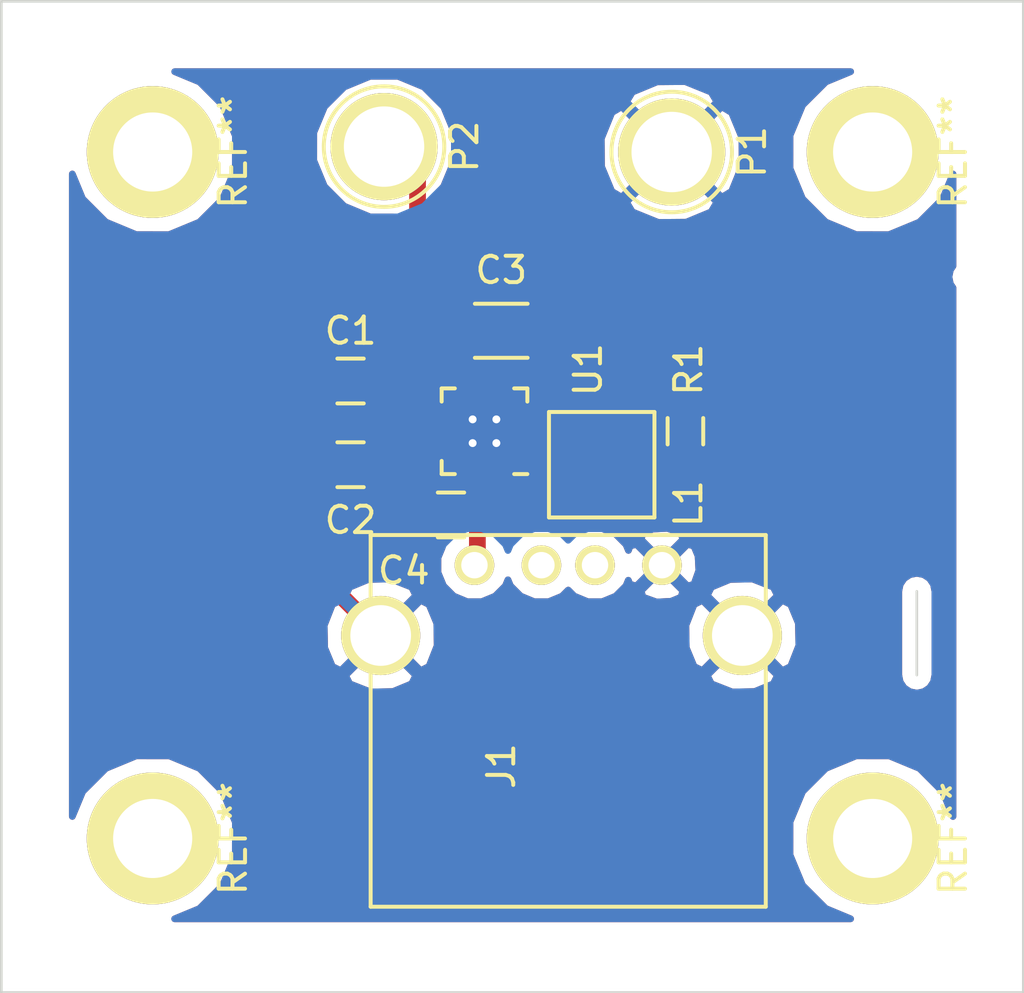
<source format=kicad_pcb>
(kicad_pcb (version 4) (host pcbnew "(2015-07-31 BZR 6030)-product")

  (general
    (links 31)
    (no_connects 0)
    (area 56.593799 37.909599 218.187001 128.179601)
    (thickness 1.6)
    (drawings 5)
    (tracks 70)
    (zones 0)
    (modules 14)
    (nets 9)
  )

  (page A4)
  (layers
    (0 F.Cu signal)
    (31 B.Cu signal)
    (32 B.Adhes user)
    (33 F.Adhes user)
    (34 B.Paste user)
    (35 F.Paste user)
    (36 B.SilkS user)
    (37 F.SilkS user)
    (38 B.Mask user)
    (39 F.Mask user)
    (40 Dwgs.User user)
    (41 Cmts.User user)
    (42 Eco1.User user)
    (43 Eco2.User user)
    (44 Edge.Cuts user)
    (45 Margin user)
    (46 B.CrtYd user)
    (47 F.CrtYd user)
    (48 B.Fab user)
    (49 F.Fab user)
  )

  (setup
    (last_trace_width 0.25)
    (user_trace_width 0.4)
    (user_trace_width 0.4)
    (user_trace_width 0.4)
    (user_trace_width 0.635)
    (user_trace_width 0.635)
    (user_trace_width 0.635)
    (user_trace_width 0.635)
    (user_trace_width 0.8)
    (trace_clearance 0.2)
    (zone_clearance 0.508)
    (zone_45_only no)
    (trace_min 0.2)
    (segment_width 0.2)
    (edge_width 0.1)
    (via_size 0.7)
    (via_drill 0.3)
    (via_min_size 0.4)
    (via_min_drill 0.3)
    (uvia_size 0.3)
    (uvia_drill 0.1)
    (uvias_allowed no)
    (uvia_min_size 0.2)
    (uvia_min_drill 0.1)
    (pcb_text_width 0.3)
    (pcb_text_size 1.5 1.5)
    (mod_edge_width 0.15)
    (mod_text_size 1 1)
    (mod_text_width 0.15)
    (pad_size 5 5)
    (pad_drill 3)
    (pad_to_mask_clearance 0)
    (aux_axis_origin 0 0)
    (grid_origin 198.5282 97.04)
    (visible_elements FFFFFF7F)
    (pcbplotparams
      (layerselection 0x010f0_80000001)
      (usegerberextensions false)
      (excludeedgelayer true)
      (linewidth 0.100000)
      (plotframeref false)
      (viasonmask false)
      (mode 1)
      (useauxorigin false)
      (hpglpennumber 1)
      (hpglpenspeed 20)
      (hpglpendiameter 15)
      (hpglpenoverlay 2)
      (psnegative false)
      (psa4output false)
      (plotreference true)
      (plotvalue true)
      (plotinvisibletext false)
      (padsonsilk false)
      (subtractmaskfromsilk false)
      (outputformat 1)
      (mirror false)
      (drillshape 0)
      (scaleselection 1)
      (outputdirectory ""))
  )

  (net 0 "")
  (net 1 GND)
  (net 2 "Net-(C1-Pad1)")
  (net 3 "Net-(C4-Pad1)")
  (net 4 "Net-(C3-Pad1)")
  (net 5 "Net-(J1-Pad3)")
  (net 6 "Net-(J1-Pad2)")
  (net 7 "Net-(L1-Pad1)")
  (net 8 "Net-(R1-Pad2)")

  (net_class Default "This is the default net class."
    (clearance 0.2)
    (trace_width 0.25)
    (via_dia 0.7)
    (via_drill 0.3)
    (uvia_dia 0.3)
    (uvia_drill 0.1)
    (add_net GND)
    (add_net "Net-(C1-Pad1)")
    (add_net "Net-(C3-Pad1)")
    (add_net "Net-(C4-Pad1)")
    (add_net "Net-(J1-Pad2)")
    (add_net "Net-(J1-Pad3)")
    (add_net "Net-(L1-Pad1)")
    (add_net "Net-(R1-Pad2)")
  )

  (net_class Power ""
    (clearance 0.3)
    (trace_width 0.635)
    (via_dia 0.7)
    (via_drill 0.3)
    (uvia_dia 0.3)
    (uvia_drill 0.1)
  )

  (module Connect:1pin (layer F.Cu) (tedit 55DC7842) (tstamp 55DCF425)
    (at 130.8118 46.2654 270)
    (descr "module 1 pin (ou trou mecanique de percage)")
    (tags DEV)
    (fp_text reference REF** (at 0 -3.048 270) (layer F.SilkS)
      (effects (font (size 1 1) (thickness 0.15)))
    )
    (fp_text value 1pin (at 0 2.794 270) (layer F.Fab)
      (effects (font (size 1 1) (thickness 0.15)))
    )
    (fp_circle (center 0 0) (end 0 -2.286) (layer F.SilkS) (width 0.15))
    (pad 1 thru_hole circle (at 0 0 270) (size 5 5) (drill 3) (layers *.Cu *.Mask F.SilkS))
  )

  (module Connect:1pin (layer F.Cu) (tedit 55DC7842) (tstamp 55DCF416)
    (at 130.8118 72.3004 270)
    (descr "module 1 pin (ou trou mecanique de percage)")
    (tags DEV)
    (fp_text reference REF** (at 0 -3.048 270) (layer F.SilkS)
      (effects (font (size 1 1) (thickness 0.15)))
    )
    (fp_text value 1pin (at 0 2.794 270) (layer F.Fab)
      (effects (font (size 1 1) (thickness 0.15)))
    )
    (fp_circle (center 0 0) (end 0 -2.286) (layer F.SilkS) (width 0.15))
    (pad 1 thru_hole circle (at 0 0 270) (size 5 5) (drill 3) (layers *.Cu *.Mask F.SilkS))
  )

  (module Connect:1pin (layer F.Cu) (tedit 55DC7842) (tstamp 55DCF410)
    (at 158.1168 72.3004 270)
    (descr "module 1 pin (ou trou mecanique de percage)")
    (tags DEV)
    (fp_text reference REF** (at 0 -3.048 270) (layer F.SilkS)
      (effects (font (size 1 1) (thickness 0.15)))
    )
    (fp_text value 1pin (at 0 2.794 270) (layer F.Fab)
      (effects (font (size 1 1) (thickness 0.15)))
    )
    (fp_circle (center 0 0) (end 0 -2.286) (layer F.SilkS) (width 0.15))
    (pad 1 thru_hole circle (at 0 0 270) (size 5 5) (drill 3) (layers *.Cu *.Mask F.SilkS))
  )

  (module Capacitors_SMD:C_0805 (layer F.Cu) (tedit 55DC7022) (tstamp 55DC6F9C)
    (at 138.3168 54.9504 180)
    (descr "Capacitor SMD 0805, reflow soldering, AVX (see smccp.pdf)")
    (tags "capacitor 0805")
    (path /55365720)
    (attr smd)
    (fp_text reference C1 (at 0 1.905 180) (layer F.SilkS)
      (effects (font (size 1 1) (thickness 0.15)))
    )
    (fp_text value 10u (at 0 2.1 180) (layer F.Fab)
      (effects (font (size 1 1) (thickness 0.15)))
    )
    (fp_line (start -1.8 -1) (end 1.8 -1) (layer F.CrtYd) (width 0.05))
    (fp_line (start -1.8 1) (end 1.8 1) (layer F.CrtYd) (width 0.05))
    (fp_line (start -1.8 -1) (end -1.8 1) (layer F.CrtYd) (width 0.05))
    (fp_line (start 1.8 -1) (end 1.8 1) (layer F.CrtYd) (width 0.05))
    (fp_line (start 0.5 -0.85) (end -0.5 -0.85) (layer F.SilkS) (width 0.15))
    (fp_line (start -0.5 0.85) (end 0.5 0.85) (layer F.SilkS) (width 0.15))
    (pad 1 smd rect (at -1 0 180) (size 1 1.25) (layers F.Cu F.Paste F.Mask)
      (net 2 "Net-(C1-Pad1)"))
    (pad 2 smd rect (at 1 0 180) (size 1 1.25) (layers F.Cu F.Paste F.Mask)
      (net 1 GND))
    (model Capacitors_SMD.3dshapes/C_0805.wrl
      (at (xyz 0 0 0))
      (scale (xyz 1 1 1))
      (rotate (xyz 0 0 0))
    )
  )

  (module Capacitors_SMD:C_0805 (layer F.Cu) (tedit 5415D6EA) (tstamp 55DC6FA8)
    (at 138.3168 58.1254 180)
    (descr "Capacitor SMD 0805, reflow soldering, AVX (see smccp.pdf)")
    (tags "capacitor 0805")
    (path /553652BE)
    (attr smd)
    (fp_text reference C2 (at 0 -2.1 180) (layer F.SilkS)
      (effects (font (size 1 1) (thickness 0.15)))
    )
    (fp_text value 0.1u (at 0 2.1 180) (layer F.Fab)
      (effects (font (size 1 1) (thickness 0.15)))
    )
    (fp_line (start -1.8 -1) (end 1.8 -1) (layer F.CrtYd) (width 0.05))
    (fp_line (start -1.8 1) (end 1.8 1) (layer F.CrtYd) (width 0.05))
    (fp_line (start -1.8 -1) (end -1.8 1) (layer F.CrtYd) (width 0.05))
    (fp_line (start 1.8 -1) (end 1.8 1) (layer F.CrtYd) (width 0.05))
    (fp_line (start 0.5 -0.85) (end -0.5 -0.85) (layer F.SilkS) (width 0.15))
    (fp_line (start -0.5 0.85) (end 0.5 0.85) (layer F.SilkS) (width 0.15))
    (pad 1 smd rect (at -1 0 180) (size 1 1.25) (layers F.Cu F.Paste F.Mask)
      (net 2 "Net-(C1-Pad1)"))
    (pad 2 smd rect (at 1 0 180) (size 1 1.25) (layers F.Cu F.Paste F.Mask)
      (net 1 GND))
    (model Capacitors_SMD.3dshapes/C_0805.wrl
      (at (xyz 0 0 0))
      (scale (xyz 1 1 1))
      (rotate (xyz 0 0 0))
    )
  )

  (module Capacitors_SMD:C_1206 (layer F.Cu) (tedit 5415D7BD) (tstamp 55DC6FB4)
    (at 144.0318 53.0454)
    (descr "Capacitor SMD 1206, reflow soldering, AVX (see smccp.pdf)")
    (tags "capacitor 1206")
    (path /55365359)
    (attr smd)
    (fp_text reference C3 (at 0 -2.3) (layer F.SilkS)
      (effects (font (size 1 1) (thickness 0.15)))
    )
    (fp_text value 3.3n (at 0 2.3) (layer F.Fab)
      (effects (font (size 1 1) (thickness 0.15)))
    )
    (fp_line (start -2.3 -1.15) (end 2.3 -1.15) (layer F.CrtYd) (width 0.05))
    (fp_line (start -2.3 1.15) (end 2.3 1.15) (layer F.CrtYd) (width 0.05))
    (fp_line (start -2.3 -1.15) (end -2.3 1.15) (layer F.CrtYd) (width 0.05))
    (fp_line (start 2.3 -1.15) (end 2.3 1.15) (layer F.CrtYd) (width 0.05))
    (fp_line (start 1 -1.025) (end -1 -1.025) (layer F.SilkS) (width 0.15))
    (fp_line (start -1 1.025) (end 1 1.025) (layer F.SilkS) (width 0.15))
    (pad 1 smd rect (at -1.5 0) (size 1 1.6) (layers F.Cu F.Paste F.Mask)
      (net 4 "Net-(C3-Pad1)"))
    (pad 2 smd rect (at 1.5 0) (size 1 1.6) (layers F.Cu F.Paste F.Mask)
      (net 1 GND))
    (model Capacitors_SMD.3dshapes/C_1206.wrl
      (at (xyz 0 0 0))
      (scale (xyz 1 1 1))
      (rotate (xyz 0 0 0))
    )
  )

  (module Capacitors_SMD:C_0805 (layer F.Cu) (tedit 55DC7719) (tstamp 55DC6FC0)
    (at 142.1268 60.0304 180)
    (descr "Capacitor SMD 0805, reflow soldering, AVX (see smccp.pdf)")
    (tags "capacitor 0805")
    (path /55365C06)
    (attr smd)
    (fp_text reference C4 (at 1.79 -2.11 180) (layer F.SilkS)
      (effects (font (size 1 1) (thickness 0.15)))
    )
    (fp_text value 22u (at 0 2.1 180) (layer F.Fab)
      (effects (font (size 1 1) (thickness 0.15)))
    )
    (fp_line (start -1.8 -1) (end 1.8 -1) (layer F.CrtYd) (width 0.05))
    (fp_line (start -1.8 1) (end 1.8 1) (layer F.CrtYd) (width 0.05))
    (fp_line (start -1.8 -1) (end -1.8 1) (layer F.CrtYd) (width 0.05))
    (fp_line (start 1.8 -1) (end 1.8 1) (layer F.CrtYd) (width 0.05))
    (fp_line (start 0.5 -0.85) (end -0.5 -0.85) (layer F.SilkS) (width 0.15))
    (fp_line (start -0.5 0.85) (end 0.5 0.85) (layer F.SilkS) (width 0.15))
    (pad 1 smd rect (at -1 0 180) (size 1 1.25) (layers F.Cu F.Paste F.Mask)
      (net 3 "Net-(C4-Pad1)"))
    (pad 2 smd rect (at 1 0 180) (size 1 1.25) (layers F.Cu F.Paste F.Mask)
      (net 1 GND))
    (model Capacitors_SMD.3dshapes/C_0805.wrl
      (at (xyz 0 0 0))
      (scale (xyz 1 1 1))
      (rotate (xyz 0 0 0))
    )
  )

  (module Connect:USB_A (layer F.Cu) (tedit 0) (tstamp 55DC6FCE)
    (at 146.5718 61.9354 270)
    (path /5536550B)
    (fp_text reference J1 (at 7.62 2.54 270) (layer F.SilkS)
      (effects (font (size 1 1) (thickness 0.15)))
    )
    (fp_text value USB (at 7.62 -2.54 270) (layer F.Fab)
      (effects (font (size 1 1) (thickness 0.15)))
    )
    (fp_line (start -1.143 -7.493) (end 12.954 -7.493) (layer F.SilkS) (width 0.15))
    (fp_line (start 12.954 7.493) (end -1.143 7.493) (layer F.SilkS) (width 0.15))
    (fp_line (start -1.143 -7.493) (end -1.143 7.493) (layer F.SilkS) (width 0.15))
    (fp_line (start 12.954 -7.493) (end 12.954 7.493) (layer F.SilkS) (width 0.15))
    (pad 4 thru_hole circle (at 0 -3.556 270) (size 1.50114 1.50114) (drill 1.00076) (layers *.Cu *.Mask F.SilkS)
      (net 1 GND))
    (pad 3 thru_hole circle (at 0 -1.016 270) (size 1.50114 1.50114) (drill 1.00076) (layers *.Cu *.Mask F.SilkS)
      (net 5 "Net-(J1-Pad3)"))
    (pad 2 thru_hole circle (at 0 1.016 270) (size 1.50114 1.50114) (drill 1.00076) (layers *.Cu *.Mask F.SilkS)
      (net 6 "Net-(J1-Pad2)"))
    (pad 1 thru_hole circle (at 0 3.556 270) (size 1.50114 1.50114) (drill 1.00076) (layers *.Cu *.Mask F.SilkS)
      (net 3 "Net-(C4-Pad1)"))
    (pad 5 thru_hole circle (at 2.667 -6.604 270) (size 2.99974 2.99974) (drill 2.30124) (layers *.Cu *.Mask F.SilkS)
      (net 1 GND))
    (pad 6 thru_hole circle (at 2.667 7.112 270) (size 2.99974 2.99974) (drill 2.30124) (layers *.Cu *.Mask F.SilkS)
      (net 1 GND))
    (model Connect.3dshapes/USB_A.wrl
      (at (xyz 0 0 0))
      (scale (xyz 1 1 1))
      (rotate (xyz 0 0 0))
    )
  )

  (module custom_footprints:Coilcraft_XFL4020 (layer F.Cu) (tedit 55DC76F9) (tstamp 55DC6FD8)
    (at 147.8418 58.1254 270)
    (path /55365415)
    (fp_text reference L1 (at 1.475 -3.29 270) (layer F.SilkS)
      (effects (font (size 1 1) (thickness 0.15)))
    )
    (fp_text value 22u (at 0 -3.08 270) (layer F.Fab)
      (effects (font (size 1 1) (thickness 0.15)))
    )
    (fp_line (start -2 2) (end -2 -2) (layer F.SilkS) (width 0.15))
    (fp_line (start -2 2) (end 2 2) (layer F.SilkS) (width 0.15))
    (fp_line (start 2 2) (end 2 -2) (layer F.SilkS) (width 0.15))
    (fp_line (start 2 -2) (end -2 -2) (layer F.SilkS) (width 0.15))
    (pad 1 smd rect (at -1.355 0 270) (size 0.98 3.4) (layers F.Cu F.Paste F.Mask)
      (net 7 "Net-(L1-Pad1)"))
    (pad 2 smd rect (at 1.185 0 270) (size 0.98 3.4) (layers F.Cu F.Paste F.Mask)
      (net 3 "Net-(C4-Pad1)"))
  )

  (module Resistors_SMD:R_0603 (layer F.Cu) (tedit 55DC76FF) (tstamp 55DC6FE4)
    (at 151.0168 56.8554 90)
    (descr "Resistor SMD 0603, reflow soldering, Vishay (see dcrcw.pdf)")
    (tags "resistor 0603")
    (path /553655ED)
    (attr smd)
    (fp_text reference R1 (at 2.335 0.115 90) (layer F.SilkS)
      (effects (font (size 1 1) (thickness 0.15)))
    )
    (fp_text value 100k (at 0 1.9 90) (layer F.Fab)
      (effects (font (size 1 1) (thickness 0.15)))
    )
    (fp_line (start -1.3 -0.8) (end 1.3 -0.8) (layer F.CrtYd) (width 0.05))
    (fp_line (start -1.3 0.8) (end 1.3 0.8) (layer F.CrtYd) (width 0.05))
    (fp_line (start -1.3 -0.8) (end -1.3 0.8) (layer F.CrtYd) (width 0.05))
    (fp_line (start 1.3 -0.8) (end 1.3 0.8) (layer F.CrtYd) (width 0.05))
    (fp_line (start 0.5 0.675) (end -0.5 0.675) (layer F.SilkS) (width 0.15))
    (fp_line (start -0.5 -0.675) (end 0.5 -0.675) (layer F.SilkS) (width 0.15))
    (pad 1 smd rect (at -0.75 0 90) (size 0.5 0.9) (layers F.Cu F.Paste F.Mask)
      (net 3 "Net-(C4-Pad1)"))
    (pad 2 smd rect (at 0.75 0 90) (size 0.5 0.9) (layers F.Cu F.Paste F.Mask)
      (net 8 "Net-(R1-Pad2)"))
    (model Resistors_SMD.3dshapes/R_0603.wrl
      (at (xyz 0 0 0))
      (scale (xyz 1 1 1))
      (rotate (xyz 0 0 0))
    )
  )

  (module Housings_DFN_QFN:QFN-16-1EP_3x3mm_Pitch0.5mm (layer F.Cu) (tedit 55DC7709) (tstamp 55DC7007)
    (at 143.3968 56.8554 180)
    (descr "16-Lead Plastic Quad Flat, No Lead Package (NG) - 3x3x0.9 mm Body [QFN]; (see Microchip Packaging Specification 00000049BS.pdf)")
    (tags "QFN 0.5")
    (path /55DAB52A)
    (clearance 0.1)
    (attr smd)
    (fp_text reference U1 (at -3.925 2.335 270) (layer F.SilkS)
      (effects (font (size 1 1) (thickness 0.15)))
    )
    (fp_text value TPS62133 (at 0 2.85 180) (layer F.Fab)
      (effects (font (size 1 1) (thickness 0.15)))
    )
    (fp_line (start -2.1 -2.1) (end -2.1 2.1) (layer F.CrtYd) (width 0.05))
    (fp_line (start 2.1 -2.1) (end 2.1 2.1) (layer F.CrtYd) (width 0.05))
    (fp_line (start -2.1 -2.1) (end 2.1 -2.1) (layer F.CrtYd) (width 0.05))
    (fp_line (start -2.1 2.1) (end 2.1 2.1) (layer F.CrtYd) (width 0.05))
    (fp_line (start 1.625 -1.625) (end 1.625 -1.125) (layer F.SilkS) (width 0.15))
    (fp_line (start -1.625 1.625) (end -1.625 1.125) (layer F.SilkS) (width 0.15))
    (fp_line (start 1.625 1.625) (end 1.625 1.125) (layer F.SilkS) (width 0.15))
    (fp_line (start -1.625 -1.625) (end -1.125 -1.625) (layer F.SilkS) (width 0.15))
    (fp_line (start -1.625 1.625) (end -1.125 1.625) (layer F.SilkS) (width 0.15))
    (fp_line (start 1.625 1.625) (end 1.125 1.625) (layer F.SilkS) (width 0.15))
    (fp_line (start 1.625 -1.625) (end 1.125 -1.625) (layer F.SilkS) (width 0.15))
    (pad 1 smd oval (at -1.475 -0.75 180) (size 0.75 0.3) (layers F.Cu F.Paste F.Mask)
      (net 7 "Net-(L1-Pad1)"))
    (pad 2 smd oval (at -1.475 -0.25 180) (size 0.75 0.3) (layers F.Cu F.Paste F.Mask)
      (net 7 "Net-(L1-Pad1)"))
    (pad 3 smd oval (at -1.475 0.25 180) (size 0.75 0.3) (layers F.Cu F.Paste F.Mask)
      (net 7 "Net-(L1-Pad1)"))
    (pad 4 smd oval (at -1.475 0.75 180) (size 0.75 0.3) (layers F.Cu F.Paste F.Mask)
      (net 8 "Net-(R1-Pad2)"))
    (pad 5 smd oval (at -0.75 1.475 270) (size 0.75 0.3) (layers F.Cu F.Paste F.Mask)
      (net 1 GND))
    (pad 6 smd oval (at -0.25 1.475 270) (size 0.75 0.3) (layers F.Cu F.Paste F.Mask))
    (pad 7 smd oval (at 0.25 1.475 270) (size 0.75 0.3) (layers F.Cu F.Paste F.Mask)
      (net 1 GND))
    (pad 8 smd oval (at 0.75 1.475 270) (size 0.75 0.3) (layers F.Cu F.Paste F.Mask)
      (net 1 GND))
    (pad 9 smd oval (at 1.475 0.75 180) (size 0.75 0.3) (layers F.Cu F.Paste F.Mask)
      (net 4 "Net-(C3-Pad1)"))
    (pad 10 smd oval (at 1.475 0.25 180) (size 0.75 0.3) (layers F.Cu F.Paste F.Mask)
      (net 2 "Net-(C1-Pad1)"))
    (pad 11 smd oval (at 1.475 -0.25 180) (size 0.75 0.3) (layers F.Cu F.Paste F.Mask)
      (net 2 "Net-(C1-Pad1)"))
    (pad 12 smd oval (at 1.475 -0.75 180) (size 0.75 0.3) (layers F.Cu F.Paste F.Mask)
      (net 2 "Net-(C1-Pad1)"))
    (pad 13 smd oval (at 0.75 -1.475 270) (size 0.75 0.3) (layers F.Cu F.Paste F.Mask)
      (net 2 "Net-(C1-Pad1)"))
    (pad 14 smd oval (at 0.25 -1.475 270) (size 0.75 0.3) (layers F.Cu F.Paste F.Mask)
      (net 3 "Net-(C4-Pad1)"))
    (pad 15 smd oval (at -0.25 -1.475 270) (size 0.75 0.3) (layers F.Cu F.Paste F.Mask)
      (net 1 GND))
    (pad 16 smd oval (at -0.75 -1.475 270) (size 0.75 0.3) (layers F.Cu F.Paste F.Mask)
      (net 1 GND))
    (pad 17 smd rect (at 0.45 0.45 180) (size 0.9 0.9) (layers F.Cu F.Paste F.Mask)
      (net 1 GND) (solder_paste_margin_ratio -0.2))
    (pad 17 smd rect (at 0.45 -0.45 180) (size 0.9 0.9) (layers F.Cu F.Paste F.Mask)
      (net 1 GND) (solder_paste_margin_ratio -0.2))
    (pad 17 smd rect (at -0.45 0.45 180) (size 0.9 0.9) (layers F.Cu F.Paste F.Mask)
      (net 1 GND) (solder_paste_margin_ratio -0.2))
    (pad 17 smd rect (at -0.45 -0.45 180) (size 0.9 0.9) (layers F.Cu F.Paste F.Mask)
      (net 1 GND) (solder_paste_margin_ratio -0.2))
    (model Housings_DFN_QFN.3dshapes/QFN-16-1EP_3x3mm_Pitch0.5mm.wrl
      (at (xyz 0 0 0))
      (scale (xyz 1 1 1))
      (rotate (xyz 0 0 0))
    )
  )

  (module Connect:1pin (layer F.Cu) (tedit 0) (tstamp 55DCF291)
    (at 150.4968 46.2654 270)
    (descr "module 1 pin (ou trou mecanique de percage)")
    (tags DEV)
    (path /55DC75EC)
    (fp_text reference P1 (at 0 -3.048 270) (layer F.SilkS)
      (effects (font (size 1 1) (thickness 0.15)))
    )
    (fp_text value GND (at 0 2.794 270) (layer F.Fab)
      (effects (font (size 1 1) (thickness 0.15)))
    )
    (fp_circle (center 0 0) (end 0 -2.286) (layer F.SilkS) (width 0.15))
    (pad 1 thru_hole circle (at 0 0 270) (size 4.064 4.064) (drill 3.048) (layers *.Cu *.Mask F.SilkS)
      (net 1 GND))
  )

  (module Connect:1pin (layer F.Cu) (tedit 0) (tstamp 55DCF297)
    (at 139.5868 46.0604 270)
    (descr "module 1 pin (ou trou mecanique de percage)")
    (tags DEV)
    (path /55DC745F)
    (fp_text reference P2 (at 0 -3.048 270) (layer F.SilkS)
      (effects (font (size 1 1) (thickness 0.15)))
    )
    (fp_text value BATT+ (at 0 2.794 270) (layer F.Fab)
      (effects (font (size 1 1) (thickness 0.15)))
    )
    (fp_circle (center 0 0) (end 0 -2.286) (layer F.SilkS) (width 0.15))
    (pad 1 thru_hole circle (at 0 0 270) (size 4.064 4.064) (drill 3.048) (layers *.Cu *.Mask F.SilkS)
      (net 2 "Net-(C1-Pad1)"))
  )

  (module Connect:1pin (layer F.Cu) (tedit 55DC7842) (tstamp 55DCF3E3)
    (at 158.1168 46.2654 270)
    (descr "module 1 pin (ou trou mecanique de percage)")
    (tags DEV)
    (fp_text reference REF** (at 0 -3.048 270) (layer F.SilkS)
      (effects (font (size 1 1) (thickness 0.15)))
    )
    (fp_text value 1pin (at 0 2.794 270) (layer F.Fab)
      (effects (font (size 1 1) (thickness 0.15)))
    )
    (fp_circle (center 0 0) (end 0 -2.286) (layer F.SilkS) (width 0.15))
    (pad 1 thru_hole circle (at 0 0 270) (size 5 5) (drill 3) (layers *.Cu *.Mask F.SilkS))
  )

  (gr_line (start 125.0714 78.1424) (end 125.0714 40.5504) (angle 90) (layer Edge.Cuts) (width 0.1))
  (gr_line (start 163.8318 78.1424) (end 125.0714 78.1424) (angle 90) (layer Edge.Cuts) (width 0.1))
  (gr_line (start 163.8318 40.5504) (end 163.8318 78.1424) (angle 90) (layer Edge.Cuts) (width 0.1))
  (gr_line (start 125.0714 40.5504) (end 163.8318 40.5504) (angle 90) (layer Edge.Cuts) (width 0.1))
  (gr_line (start 159.7932 62.9278) (end 159.7932 66.1028) (angle 90) (layer Edge.Cuts) (width 0.1))

  (via (at 142.9468 57.3054) (size 0.7) (drill 0.3) (layers F.Cu B.Cu) (net 1))
  (segment (start 142.8768 57.0604) (end 142.8768 57.2354) (width 0.25) (layer B.Cu) (net 1) (tstamp 55DCF371))
  (segment (start 142.8768 57.2354) (end 142.9468 57.3054) (width 0.25) (layer B.Cu) (net 1) (tstamp 55DCF370))
  (via (at 142.9468 56.4054) (size 0.7) (drill 0.3) (layers F.Cu B.Cu) (net 1))
  (segment (start 142.8768 56.4254) (end 142.9268 56.4254) (width 0.25) (layer B.Cu) (net 1) (tstamp 55DCF36C))
  (segment (start 142.9268 56.4254) (end 142.9468 56.4054) (width 0.25) (layer B.Cu) (net 1) (tstamp 55DCF36B))
  (via (at 143.8468 56.4054) (size 0.7) (drill 0.3) (layers F.Cu B.Cu) (net 1))
  (segment (start 144.1468 56.1054) (end 143.8468 56.4054) (width 0.25) (layer F.Cu) (net 1) (tstamp 55DCF338))
  (segment (start 143.8268 56.4254) (end 143.5118 56.4254) (width 0.25) (layer B.Cu) (net 1) (tstamp 55DCF366))
  (segment (start 143.8468 56.4054) (end 143.8268 56.4254) (width 0.25) (layer B.Cu) (net 1) (tstamp 55DCF365))
  (via (at 143.8468 57.3054) (size 0.7) (drill 0.3) (layers F.Cu B.Cu) (net 1))
  (segment (start 143.5118 57.0604) (end 143.6018 57.0604) (width 0.25) (layer B.Cu) (net 1) (tstamp 55DCF360))
  (segment (start 143.6018 57.0604) (end 143.8468 57.3054) (width 0.25) (layer B.Cu) (net 1) (tstamp 55DCF35F))
  (segment (start 145.5318 53.0454) (end 145.5318 53.9954) (width 0.25) (layer F.Cu) (net 1))
  (segment (start 145.5318 53.9954) (end 144.1468 55.3804) (width 0.25) (layer F.Cu) (net 1) (tstamp 55DCF350))
  (segment (start 141.1268 60.0304) (end 137.1618 60.0304) (width 0.635) (layer F.Cu) (net 1))
  (segment (start 137.3168 54.9504) (end 137.3168 58.1254) (width 0.635) (layer F.Cu) (net 1))
  (segment (start 137.3168 58.1254) (end 137.1618 58.2804) (width 0.635) (layer F.Cu) (net 1) (tstamp 55DCF346))
  (segment (start 137.1618 58.2804) (end 137.1618 60.0304) (width 0.635) (layer F.Cu) (net 1) (tstamp 55DCF347))
  (segment (start 137.1618 60.0304) (end 137.1618 62.3044) (width 0.635) (layer F.Cu) (net 1) (tstamp 55DCF34D))
  (segment (start 137.1618 62.3044) (end 139.4598 64.6024) (width 0.635) (layer F.Cu) (net 1) (tstamp 55DCF348))
  (segment (start 144.1468 55.3804) (end 144.1468 56.1054) (width 0.25) (layer F.Cu) (net 1))
  (segment (start 143.6468 58.3304) (end 143.6468 57.5054) (width 0.25) (layer F.Cu) (net 1))
  (segment (start 143.6468 57.5054) (end 143.8468 57.3054) (width 0.25) (layer F.Cu) (net 1) (tstamp 55DCF335))
  (segment (start 144.1468 58.3304) (end 144.1468 57.6054) (width 0.25) (layer F.Cu) (net 1))
  (segment (start 144.1468 57.6054) (end 143.8468 57.3054) (width 0.25) (layer F.Cu) (net 1) (tstamp 55DCF332))
  (segment (start 142.6468 55.3804) (end 142.6468 56.1054) (width 0.25) (layer F.Cu) (net 1))
  (segment (start 142.6468 56.1054) (end 142.9468 56.4054) (width 0.25) (layer F.Cu) (net 1) (tstamp 55DCF323))
  (segment (start 143.1468 55.3804) (end 143.1468 56.2054) (width 0.25) (layer F.Cu) (net 1))
  (segment (start 143.1468 56.2054) (end 142.9468 56.4054) (width 0.25) (layer F.Cu) (net 1) (tstamp 55DCF320))
  (segment (start 141.9218 56.6054) (end 141.9218 57.1054) (width 0.25) (layer F.Cu) (net 2))
  (segment (start 142.6468 58.3304) (end 141.6068 58.3304) (width 0.25) (layer F.Cu) (net 2))
  (segment (start 141.6068 58.3304) (end 141.4018 58.1254) (width 0.25) (layer F.Cu) (net 2) (tstamp 55DCF327))
  (segment (start 141.9218 56.6054) (end 141.0368 57.4904) (width 0.25) (layer F.Cu) (net 2))
  (segment (start 141.9218 57.1054) (end 141.5368 57.4904) (width 0.635) (layer F.Cu) (net 2))
  (segment (start 141.5368 57.4904) (end 141.0368 57.4904) (width 0.635) (layer F.Cu) (net 2) (tstamp 55DCF312))
  (segment (start 141.0368 57.4904) (end 140.8568 57.4904) (width 0.635) (layer F.Cu) (net 2) (tstamp 55DCF318))
  (segment (start 141.9218 57.6054) (end 141.4018 58.1254) (width 0.635) (layer F.Cu) (net 2))
  (segment (start 141.4018 58.1254) (end 140.8568 58.1254) (width 0.635) (layer F.Cu) (net 2) (tstamp 55DCF30F))
  (segment (start 139.3168 58.1254) (end 140.8568 58.1254) (width 0.635) (layer F.Cu) (net 2))
  (segment (start 140.8568 57.4904) (end 140.8568 54.9504) (width 0.635) (layer F.Cu) (net 2) (tstamp 55DCF30A))
  (segment (start 140.8568 58.1254) (end 140.8568 57.4904) (width 0.635) (layer F.Cu) (net 2) (tstamp 55DCF30C))
  (segment (start 139.3168 54.9504) (end 140.8568 54.9504) (width 0.635) (layer F.Cu) (net 2))
  (segment (start 139.5868 46.0604) (end 140.8568 47.3304) (width 0.635) (layer F.Cu) (net 2))
  (segment (start 140.8568 47.3304) (end 140.8568 54.9504) (width 0.635) (layer F.Cu) (net 2) (tstamp 55DCF305))
  (segment (start 143.1468 58.3304) (end 143.1468 60.0104) (width 0.25) (layer F.Cu) (net 3))
  (segment (start 143.1468 60.0104) (end 143.1268 60.0304) (width 0.25) (layer F.Cu) (net 3) (tstamp 55DCF32A))
  (segment (start 151.0168 57.6054) (end 149.3118 59.3104) (width 0.635) (layer F.Cu) (net 3))
  (segment (start 149.3118 59.3104) (end 147.8418 59.3104) (width 0.635) (layer F.Cu) (net 3) (tstamp 55DCF2FE))
  (segment (start 147.8418 59.3104) (end 147.1218 60.0304) (width 0.635) (layer F.Cu) (net 3))
  (segment (start 147.1218 60.0304) (end 143.1268 60.0304) (width 0.635) (layer F.Cu) (net 3) (tstamp 55DCF2F9))
  (segment (start 143.1268 60.0304) (end 143.1268 61.8244) (width 0.635) (layer F.Cu) (net 3) (tstamp 55DCF2FA))
  (segment (start 143.1268 61.8244) (end 143.0158 61.9354) (width 0.635) (layer F.Cu) (net 3) (tstamp 55DCF2FB))
  (segment (start 141.9218 56.1054) (end 141.9218 53.6554) (width 0.25) (layer F.Cu) (net 4))
  (segment (start 141.9218 53.6554) (end 142.5318 53.0454) (width 0.25) (layer F.Cu) (net 4) (tstamp 55DCF31C))
  (segment (start 144.8718 57.6054) (end 144.8718 56.6054) (width 0.25) (layer F.Cu) (net 7))
  (segment (start 144.8718 56.6054) (end 144.6668 56.8104) (width 0.25) (layer F.Cu) (net 7))
  (segment (start 144.6668 56.8104) (end 144.6668 57.4904) (width 0.25) (layer F.Cu) (net 7) (tstamp 55DCF2F4))
  (segment (start 144.6668 57.4904) (end 144.8718 57.6054) (width 0.25) (layer F.Cu) (net 7) (tstamp 55DCF2F6))
  (segment (start 144.8718 57.6054) (end 145.7068 56.7704) (width 0.25) (layer F.Cu) (net 7))
  (segment (start 145.7068 56.7704) (end 147.8418 56.7704) (width 0.25) (layer F.Cu) (net 7) (tstamp 55DCF2F1))
  (segment (start 144.8718 56.6054) (end 144.8718 56.6504) (width 0.25) (layer F.Cu) (net 7))
  (segment (start 144.8718 56.6504) (end 144.9918 56.7704) (width 0.25) (layer F.Cu) (net 7) (tstamp 55DCF2ED))
  (segment (start 144.9918 56.7704) (end 147.8418 56.7704) (width 0.25) (layer F.Cu) (net 7) (tstamp 55DCF2EE))
  (segment (start 144.8718 57.1054) (end 147.5068 57.1054) (width 0.635) (layer F.Cu) (net 7))
  (segment (start 147.5068 57.1054) (end 147.8418 56.7704) (width 0.635) (layer F.Cu) (net 7) (tstamp 55DCF2E9))
  (segment (start 144.8718 56.1054) (end 145.4168 56.1054) (width 0.25) (layer F.Cu) (net 8))
  (segment (start 150.4968 55.5854) (end 151.0168 56.1054) (width 0.25) (layer F.Cu) (net 8) (tstamp 55DCF2DF))
  (segment (start 145.9368 55.5854) (end 150.4968 55.5854) (width 0.25) (layer F.Cu) (net 8) (tstamp 55DCF2DE))
  (segment (start 145.4168 56.1054) (end 145.9368 55.5854) (width 0.25) (layer F.Cu) (net 8) (tstamp 55DCF2DD))

  (zone (net 1) (net_name GND) (layer B.Cu) (tstamp 55DCF33D) (hatch edge 0.508)
    (connect_pads (clearance 0.508))
    (min_thickness 0.254)
    (fill yes (arc_segments 16) (thermal_gap 0.508) (thermal_bridge_width 0.508))
    (polygon
      (pts
        (xy 127.6368 75.4754) (xy 127.6368 43.0904) (xy 161.2918 43.0904) (xy 161.2918 75.4754) (xy 127.6368 75.4754)
      )
    )
    (filled_polygon
      (pts
        (xy 156.343285 43.606127) (xy 155.460626 44.487247) (xy 154.982346 45.639074) (xy 154.981257 46.886254) (xy 155.457527 48.038915)
        (xy 156.338647 48.921574) (xy 157.490474 49.399854) (xy 158.737654 49.400943) (xy 159.890315 48.924673) (xy 160.772974 48.043553)
        (xy 161.1648 47.099931) (xy 161.1648 50.58952) (xy 161.063543 50.741062) (xy 161.0114 51.0032) (xy 161.063543 51.265338)
        (xy 161.1648 51.41688) (xy 161.1648 71.467676) (xy 160.776073 70.526885) (xy 159.894953 69.644226) (xy 158.743126 69.165946)
        (xy 157.495946 69.164857) (xy 156.343285 69.641127) (xy 155.460626 70.522247) (xy 154.982346 71.674074) (xy 154.981257 72.921254)
        (xy 155.457527 74.073915) (xy 156.338647 74.956574) (xy 157.282269 75.3484) (xy 131.644524 75.3484) (xy 132.585315 74.959673)
        (xy 133.467974 74.078553) (xy 133.946254 72.926726) (xy 133.947343 71.679546) (xy 133.471073 70.526885) (xy 132.589953 69.644226)
        (xy 131.438126 69.165946) (xy 130.190946 69.164857) (xy 129.038285 69.641127) (xy 128.155626 70.522247) (xy 127.7638 71.465869)
        (xy 127.7638 66.116277) (xy 138.125528 66.116277) (xy 138.285295 66.435032) (xy 139.076017 66.744995) (xy 139.925166 66.728767)
        (xy 140.634305 66.435032) (xy 140.794072 66.116277) (xy 151.841528 66.116277) (xy 152.001295 66.435032) (xy 152.792017 66.744995)
        (xy 153.641166 66.728767) (xy 154.350305 66.435032) (xy 154.510072 66.116277) (xy 153.1758 64.782005) (xy 151.841528 66.116277)
        (xy 140.794072 66.116277) (xy 139.4598 64.782005) (xy 138.125528 66.116277) (xy 127.7638 66.116277) (xy 127.7638 64.218617)
        (xy 137.317205 64.218617) (xy 137.333433 65.067766) (xy 137.627168 65.776905) (xy 137.945923 65.936672) (xy 139.280195 64.6024)
        (xy 139.639405 64.6024) (xy 140.973677 65.936672) (xy 141.292432 65.776905) (xy 141.602395 64.986183) (xy 141.587727 64.218617)
        (xy 151.033205 64.218617) (xy 151.049433 65.067766) (xy 151.343168 65.776905) (xy 151.661923 65.936672) (xy 152.996195 64.6024)
        (xy 153.355405 64.6024) (xy 154.689677 65.936672) (xy 155.008432 65.776905) (xy 155.318395 64.986183) (xy 155.302167 64.137034)
        (xy 155.008432 63.427895) (xy 154.689677 63.268128) (xy 153.355405 64.6024) (xy 152.996195 64.6024) (xy 151.661923 63.268128)
        (xy 151.343168 63.427895) (xy 151.033205 64.218617) (xy 141.587727 64.218617) (xy 141.586167 64.137034) (xy 141.292432 63.427895)
        (xy 140.973677 63.268128) (xy 139.639405 64.6024) (xy 139.280195 64.6024) (xy 137.945923 63.268128) (xy 137.627168 63.427895)
        (xy 137.317205 64.218617) (xy 127.7638 64.218617) (xy 127.7638 63.088523) (xy 138.125528 63.088523) (xy 139.4598 64.422795)
        (xy 140.794072 63.088523) (xy 140.634305 62.769768) (xy 139.843583 62.459805) (xy 138.994434 62.476033) (xy 138.285295 62.769768)
        (xy 138.125528 63.088523) (xy 127.7638 63.088523) (xy 127.7638 62.209798) (xy 141.62999 62.209798) (xy 141.840486 62.719237)
        (xy 142.229913 63.109344) (xy 142.738984 63.320729) (xy 143.290198 63.32121) (xy 143.799637 63.110714) (xy 144.189744 62.721287)
        (xy 144.285775 62.490019) (xy 144.380486 62.719237) (xy 144.769913 63.109344) (xy 145.278984 63.320729) (xy 145.830198 63.32121)
        (xy 146.339637 63.110714) (xy 146.571863 62.878893) (xy 146.801913 63.109344) (xy 147.310984 63.320729) (xy 147.862198 63.32121)
        (xy 148.371637 63.110714) (xy 148.575376 62.90733) (xy 149.335475 62.90733) (xy 149.403535 63.148331) (xy 149.922834 63.333167)
        (xy 150.473338 63.305205) (xy 150.852065 63.148331) (xy 150.868955 63.088523) (xy 151.841528 63.088523) (xy 153.1758 64.422795)
        (xy 154.510072 63.088523) (xy 154.429515 62.9278) (xy 159.1082 62.9278) (xy 159.1082 66.1028) (xy 159.160343 66.364938)
        (xy 159.308832 66.587168) (xy 159.531062 66.735657) (xy 159.7932 66.7878) (xy 160.055338 66.735657) (xy 160.277568 66.587168)
        (xy 160.426057 66.364938) (xy 160.4782 66.1028) (xy 160.4782 62.9278) (xy 160.426057 62.665662) (xy 160.277568 62.443432)
        (xy 160.055338 62.294943) (xy 159.7932 62.2428) (xy 159.531062 62.294943) (xy 159.308832 62.443432) (xy 159.160343 62.665662)
        (xy 159.1082 62.9278) (xy 154.429515 62.9278) (xy 154.350305 62.769768) (xy 153.559583 62.459805) (xy 152.710434 62.476033)
        (xy 152.001295 62.769768) (xy 151.841528 63.088523) (xy 150.868955 63.088523) (xy 150.920125 62.90733) (xy 150.1278 62.115005)
        (xy 149.335475 62.90733) (xy 148.575376 62.90733) (xy 148.761744 62.721287) (xy 148.851179 62.505904) (xy 148.914869 62.659665)
        (xy 149.15587 62.727725) (xy 149.948195 61.9354) (xy 150.307405 61.9354) (xy 151.09973 62.727725) (xy 151.340731 62.659665)
        (xy 151.525567 62.140366) (xy 151.497605 61.589862) (xy 151.340731 61.211135) (xy 151.09973 61.143075) (xy 150.307405 61.9354)
        (xy 149.948195 61.9354) (xy 149.15587 61.143075) (xy 148.914869 61.211135) (xy 148.856031 61.37644) (xy 148.763114 61.151563)
        (xy 148.575349 60.96347) (xy 149.335475 60.96347) (xy 150.1278 61.755795) (xy 150.920125 60.96347) (xy 150.852065 60.722469)
        (xy 150.332766 60.537633) (xy 149.782262 60.565595) (xy 149.403535 60.722469) (xy 149.335475 60.96347) (xy 148.575349 60.96347)
        (xy 148.373687 60.761456) (xy 147.864616 60.550071) (xy 147.313402 60.54959) (xy 146.803963 60.760086) (xy 146.571737 60.991907)
        (xy 146.341687 60.761456) (xy 145.832616 60.550071) (xy 145.281402 60.54959) (xy 144.771963 60.760086) (xy 144.381856 61.149513)
        (xy 144.285825 61.380781) (xy 144.191114 61.151563) (xy 143.801687 60.761456) (xy 143.292616 60.550071) (xy 142.741402 60.54959)
        (xy 142.231963 60.760086) (xy 141.841856 61.149513) (xy 141.630471 61.658584) (xy 141.62999 62.209798) (xy 127.7638 62.209798)
        (xy 127.7638 47.098124) (xy 128.152527 48.038915) (xy 129.033647 48.921574) (xy 130.185474 49.399854) (xy 131.432654 49.400943)
        (xy 132.585315 48.924673) (xy 133.467974 48.043553) (xy 133.946254 46.891726) (xy 133.946518 46.588572) (xy 136.919338 46.588572)
        (xy 137.324509 47.569161) (xy 138.074093 48.320055) (xy 139.053973 48.726936) (xy 140.114972 48.727862) (xy 141.095561 48.322691)
        (xy 141.255009 48.163521) (xy 148.778284 48.163521) (xy 149.002954 48.537568) (xy 149.986188 48.93628) (xy 151.047157 48.928375)
        (xy 151.990646 48.537568) (xy 152.215316 48.163521) (xy 150.4968 46.445005) (xy 148.778284 48.163521) (xy 141.255009 48.163521)
        (xy 141.846455 47.573107) (xy 142.253336 46.593227) (xy 142.254067 45.754788) (xy 147.82592 45.754788) (xy 147.833825 46.815757)
        (xy 148.224632 47.759246) (xy 148.598679 47.983916) (xy 150.317195 46.2654) (xy 150.676405 46.2654) (xy 152.394921 47.983916)
        (xy 152.768968 47.759246) (xy 153.16768 46.776012) (xy 153.159775 45.715043) (xy 152.768968 44.771554) (xy 152.394921 44.546884)
        (xy 150.676405 46.2654) (xy 150.317195 46.2654) (xy 148.598679 44.546884) (xy 148.224632 44.771554) (xy 147.82592 45.754788)
        (xy 142.254067 45.754788) (xy 142.254262 45.532228) (xy 141.849091 44.551639) (xy 141.665053 44.367279) (xy 148.778284 44.367279)
        (xy 150.4968 46.085795) (xy 152.215316 44.367279) (xy 151.990646 43.993232) (xy 151.007412 43.59452) (xy 149.946443 43.602425)
        (xy 149.002954 43.993232) (xy 148.778284 44.367279) (xy 141.665053 44.367279) (xy 141.099507 43.800745) (xy 140.119627 43.393864)
        (xy 139.058628 43.392938) (xy 138.078039 43.798109) (xy 137.327145 44.547693) (xy 136.920264 45.527573) (xy 136.919338 46.588572)
        (xy 133.946518 46.588572) (xy 133.947343 45.644546) (xy 133.471073 44.491885) (xy 132.589953 43.609226) (xy 131.646331 43.2174)
        (xy 157.284076 43.2174)
      )
    )
  )
  (zone (net 1) (net_name GND) (layer F.Cu) (tstamp 55DCF42F) (hatch edge 0.508)
    (connect_pads (clearance 0.508))
    (min_thickness 0.254)
    (fill yes (arc_segments 16) (thermal_gap 0.508) (thermal_bridge_width 0.508))
    (polygon
      (pts
        (xy 127.6368 75.4754) (xy 127.6368 43.0904) (xy 161.2918 43.0904) (xy 161.2918 75.4754) (xy 127.6368 75.4754)
      )
    )
    (filled_polygon
      (pts
        (xy 156.343285 43.606127) (xy 155.460626 44.487247) (xy 154.982346 45.639074) (xy 154.981257 46.886254) (xy 155.457527 48.038915)
        (xy 156.338647 48.921574) (xy 157.490474 49.399854) (xy 158.737654 49.400943) (xy 159.890315 48.924673) (xy 160.772974 48.043553)
        (xy 161.1648 47.099931) (xy 161.1648 50.58952) (xy 161.063543 50.741062) (xy 161.0114 51.0032) (xy 161.063543 51.265338)
        (xy 161.1648 51.41688) (xy 161.1648 71.467676) (xy 160.776073 70.526885) (xy 159.894953 69.644226) (xy 158.743126 69.165946)
        (xy 157.495946 69.164857) (xy 156.343285 69.641127) (xy 155.460626 70.522247) (xy 154.982346 71.674074) (xy 154.981257 72.921254)
        (xy 155.457527 74.073915) (xy 156.338647 74.956574) (xy 157.282269 75.3484) (xy 131.644524 75.3484) (xy 132.585315 74.959673)
        (xy 133.467974 74.078553) (xy 133.946254 72.926726) (xy 133.947343 71.679546) (xy 133.471073 70.526885) (xy 132.589953 69.644226)
        (xy 131.438126 69.165946) (xy 130.190946 69.164857) (xy 129.038285 69.641127) (xy 128.155626 70.522247) (xy 127.7638 71.465869)
        (xy 127.7638 66.116277) (xy 138.125528 66.116277) (xy 138.285295 66.435032) (xy 139.076017 66.744995) (xy 139.925166 66.728767)
        (xy 140.634305 66.435032) (xy 140.794072 66.116277) (xy 151.841528 66.116277) (xy 152.001295 66.435032) (xy 152.792017 66.744995)
        (xy 153.641166 66.728767) (xy 154.350305 66.435032) (xy 154.510072 66.116277) (xy 153.1758 64.782005) (xy 151.841528 66.116277)
        (xy 140.794072 66.116277) (xy 139.4598 64.782005) (xy 138.125528 66.116277) (xy 127.7638 66.116277) (xy 127.7638 64.218617)
        (xy 137.317205 64.218617) (xy 137.333433 65.067766) (xy 137.627168 65.776905) (xy 137.945923 65.936672) (xy 139.280195 64.6024)
        (xy 139.639405 64.6024) (xy 140.973677 65.936672) (xy 141.292432 65.776905) (xy 141.602395 64.986183) (xy 141.587727 64.218617)
        (xy 151.033205 64.218617) (xy 151.049433 65.067766) (xy 151.343168 65.776905) (xy 151.661923 65.936672) (xy 152.996195 64.6024)
        (xy 153.355405 64.6024) (xy 154.689677 65.936672) (xy 155.008432 65.776905) (xy 155.318395 64.986183) (xy 155.302167 64.137034)
        (xy 155.008432 63.427895) (xy 154.689677 63.268128) (xy 153.355405 64.6024) (xy 152.996195 64.6024) (xy 151.661923 63.268128)
        (xy 151.343168 63.427895) (xy 151.033205 64.218617) (xy 141.587727 64.218617) (xy 141.586167 64.137034) (xy 141.292432 63.427895)
        (xy 140.973677 63.268128) (xy 139.639405 64.6024) (xy 139.280195 64.6024) (xy 137.945923 63.268128) (xy 137.627168 63.427895)
        (xy 137.317205 64.218617) (xy 127.7638 64.218617) (xy 127.7638 63.088523) (xy 138.125528 63.088523) (xy 139.4598 64.422795)
        (xy 140.794072 63.088523) (xy 140.634305 62.769768) (xy 139.843583 62.459805) (xy 138.994434 62.476033) (xy 138.285295 62.769768)
        (xy 138.125528 63.088523) (xy 127.7638 63.088523) (xy 127.7638 60.31615) (xy 139.9918 60.31615) (xy 139.9918 60.78171)
        (xy 140.088473 61.015099) (xy 140.267102 61.193727) (xy 140.500491 61.2904) (xy 140.84105 61.2904) (xy 140.9998 61.13165)
        (xy 140.9998 60.1574) (xy 140.15055 60.1574) (xy 139.9918 60.31615) (xy 127.7638 60.31615) (xy 127.7638 58.41115)
        (xy 136.1818 58.41115) (xy 136.1818 58.87671) (xy 136.278473 59.110099) (xy 136.457102 59.288727) (xy 136.690491 59.3854)
        (xy 137.03105 59.3854) (xy 137.1898 59.22665) (xy 137.1898 58.2524) (xy 136.34055 58.2524) (xy 136.1818 58.41115)
        (xy 127.7638 58.41115) (xy 127.7638 57.37409) (xy 136.1818 57.37409) (xy 136.1818 57.83965) (xy 136.34055 57.9984)
        (xy 137.1898 57.9984) (xy 137.1898 57.02415) (xy 137.03105 56.8654) (xy 136.690491 56.8654) (xy 136.457102 56.962073)
        (xy 136.278473 57.140701) (xy 136.1818 57.37409) (xy 127.7638 57.37409) (xy 127.7638 55.23615) (xy 136.1818 55.23615)
        (xy 136.1818 55.70171) (xy 136.278473 55.935099) (xy 136.457102 56.113727) (xy 136.690491 56.2104) (xy 137.03105 56.2104)
        (xy 137.1898 56.05165) (xy 137.1898 55.0774) (xy 136.34055 55.0774) (xy 136.1818 55.23615) (xy 127.7638 55.23615)
        (xy 127.7638 54.19909) (xy 136.1818 54.19909) (xy 136.1818 54.66465) (xy 136.34055 54.8234) (xy 137.1898 54.8234)
        (xy 137.1898 53.84915) (xy 137.03105 53.6904) (xy 136.690491 53.6904) (xy 136.457102 53.787073) (xy 136.278473 53.965701)
        (xy 136.1818 54.19909) (xy 127.7638 54.19909) (xy 127.7638 47.098124) (xy 128.152527 48.038915) (xy 129.033647 48.921574)
        (xy 130.185474 49.399854) (xy 131.432654 49.400943) (xy 132.585315 48.924673) (xy 133.467974 48.043553) (xy 133.946254 46.891726)
        (xy 133.946518 46.588572) (xy 136.919338 46.588572) (xy 137.324509 47.569161) (xy 138.074093 48.320055) (xy 139.053973 48.726936)
        (xy 139.9043 48.727678) (xy 139.9043 53.695679) (xy 139.8168 53.67796) (xy 138.8168 53.67796) (xy 138.581483 53.722238)
        (xy 138.365359 53.86131) (xy 138.318831 53.929406) (xy 138.176498 53.787073) (xy 137.943109 53.6904) (xy 137.60255 53.6904)
        (xy 137.4438 53.84915) (xy 137.4438 54.8234) (xy 137.4638 54.8234) (xy 137.4638 55.0774) (xy 137.4438 55.0774)
        (xy 137.4438 56.05165) (xy 137.60255 56.2104) (xy 137.943109 56.2104) (xy 138.176498 56.113727) (xy 138.317736 55.97249)
        (xy 138.35271 56.026841) (xy 138.56491 56.171831) (xy 138.8168 56.22284) (xy 139.8168 56.22284) (xy 139.9043 56.206376)
        (xy 139.9043 56.870679) (xy 139.8168 56.85296) (xy 138.8168 56.85296) (xy 138.581483 56.897238) (xy 138.365359 57.03631)
        (xy 138.318831 57.104406) (xy 138.176498 56.962073) (xy 137.943109 56.8654) (xy 137.60255 56.8654) (xy 137.4438 57.02415)
        (xy 137.4438 57.9984) (xy 137.4638 57.9984) (xy 137.4638 58.2524) (xy 137.4438 58.2524) (xy 137.4438 59.22665)
        (xy 137.60255 59.3854) (xy 137.943109 59.3854) (xy 138.176498 59.288727) (xy 138.317736 59.14749) (xy 138.35271 59.201841)
        (xy 138.56491 59.346831) (xy 138.8168 59.39784) (xy 139.8168 59.39784) (xy 139.9918 59.364911) (xy 139.9918 59.74465)
        (xy 140.15055 59.9034) (xy 140.9998 59.9034) (xy 140.9998 59.8834) (xy 141.2538 59.8834) (xy 141.2538 59.9034)
        (xy 141.2738 59.9034) (xy 141.2738 60.1574) (xy 141.2538 60.1574) (xy 141.2538 61.13165) (xy 141.41255 61.2904)
        (xy 141.753109 61.2904) (xy 141.789637 61.275269) (xy 141.630471 61.658584) (xy 141.62999 62.209798) (xy 141.840486 62.719237)
        (xy 142.229913 63.109344) (xy 142.738984 63.320729) (xy 143.290198 63.32121) (xy 143.799637 63.110714) (xy 144.189744 62.721287)
        (xy 144.285775 62.490019) (xy 144.380486 62.719237) (xy 144.769913 63.109344) (xy 145.278984 63.320729) (xy 145.830198 63.32121)
        (xy 146.339637 63.110714) (xy 146.571863 62.878893) (xy 146.801913 63.109344) (xy 147.310984 63.320729) (xy 147.862198 63.32121)
        (xy 148.371637 63.110714) (xy 148.575376 62.90733) (xy 149.335475 62.90733) (xy 149.403535 63.148331) (xy 149.922834 63.333167)
        (xy 150.473338 63.305205) (xy 150.852065 63.148331) (xy 150.868955 63.088523) (xy 151.841528 63.088523) (xy 153.1758 64.422795)
        (xy 154.510072 63.088523) (xy 154.429515 62.9278) (xy 159.1082 62.9278) (xy 159.1082 66.1028) (xy 159.160343 66.364938)
        (xy 159.308832 66.587168) (xy 159.531062 66.735657) (xy 159.7932 66.7878) (xy 160.055338 66.735657) (xy 160.277568 66.587168)
        (xy 160.426057 66.364938) (xy 160.4782 66.1028) (xy 160.4782 62.9278) (xy 160.426057 62.665662) (xy 160.277568 62.443432)
        (xy 160.055338 62.294943) (xy 159.7932 62.2428) (xy 159.531062 62.294943) (xy 159.308832 62.443432) (xy 159.160343 62.665662)
        (xy 159.1082 62.9278) (xy 154.429515 62.9278) (xy 154.350305 62.769768) (xy 153.559583 62.459805) (xy 152.710434 62.476033)
        (xy 152.001295 62.769768) (xy 151.841528 63.088523) (xy 150.868955 63.088523) (xy 150.920125 62.90733) (xy 150.1278 62.115005)
        (xy 149.335475 62.90733) (xy 148.575376 62.90733) (xy 148.761744 62.721287) (xy 148.851179 62.505904) (xy 148.914869 62.659665)
        (xy 149.15587 62.727725) (xy 149.948195 61.9354) (xy 150.307405 61.9354) (xy 151.09973 62.727725) (xy 151.340731 62.659665)
        (xy 151.525567 62.140366) (xy 151.497605 61.589862) (xy 151.340731 61.211135) (xy 151.09973 61.143075) (xy 150.307405 61.9354)
        (xy 149.948195 61.9354) (xy 149.15587 61.143075) (xy 148.914869 61.211135) (xy 148.856031 61.37644) (xy 148.763114 61.151563)
        (xy 148.575349 60.96347) (xy 149.335475 60.96347) (xy 150.1278 61.755795) (xy 150.920125 60.96347) (xy 150.852065 60.722469)
        (xy 150.332766 60.537633) (xy 149.782262 60.565595) (xy 149.403535 60.722469) (xy 149.335475 60.96347) (xy 148.575349 60.96347)
        (xy 148.373687 60.761456) (xy 147.924359 60.574879) (xy 148.051398 60.44784) (xy 149.5418 60.44784) (xy 149.777117 60.403562)
        (xy 149.993241 60.26449) (xy 150.138231 60.05229) (xy 150.18924 59.8004) (xy 150.18924 59.779998) (xy 151.466398 58.50284)
        (xy 151.4668 58.50284) (xy 151.702117 58.458562) (xy 151.918241 58.31949) (xy 152.063231 58.10729) (xy 152.11424 57.8554)
        (xy 152.11424 57.3554) (xy 152.069962 57.120083) (xy 151.93089 56.903959) (xy 151.861089 56.856266) (xy 151.918241 56.81949)
        (xy 152.063231 56.60729) (xy 152.11424 56.3554) (xy 152.11424 55.8554) (xy 152.069962 55.620083) (xy 151.93089 55.403959)
        (xy 151.71869 55.258969) (xy 151.4668 55.20796) (xy 151.194162 55.20796) (xy 151.034201 55.047999) (xy 150.787639 54.883252)
        (xy 150.4968 54.8254) (xy 145.9368 54.8254) (xy 145.645961 54.883252) (xy 145.399399 55.047999) (xy 145.125271 55.322127)
        (xy 145.116587 55.3204) (xy 144.9318 55.3204) (xy 144.9318 55.253398) (xy 144.780927 55.253398) (xy 144.945243 55.128161)
        (xy 144.874041 54.824684) (xy 144.692124 54.571555) (xy 144.427186 54.407311) (xy 144.343116 54.395344) (xy 144.2218 54.533657)
        (xy 144.2218 54.610348) (xy 144.201879 54.580534) (xy 143.98696 54.436931) (xy 143.950484 54.395344) (xy 143.904548 54.401883)
        (xy 143.6468 54.350613) (xy 143.389052 54.401883) (xy 143.348606 54.396125) (xy 143.483241 54.30949) (xy 143.628231 54.09729)
        (xy 143.67924 53.8454) (xy 143.67924 53.33115) (xy 144.3968 53.33115) (xy 144.3968 53.97171) (xy 144.493473 54.205099)
        (xy 144.672102 54.383727) (xy 144.905491 54.4804) (xy 145.24605 54.4804) (xy 145.4048 54.32165) (xy 145.4048 53.1724)
        (xy 145.6588 53.1724) (xy 145.6588 54.32165) (xy 145.81755 54.4804) (xy 146.158109 54.4804) (xy 146.391498 54.383727)
        (xy 146.570127 54.205099) (xy 146.6668 53.97171) (xy 146.6668 53.33115) (xy 146.50805 53.1724) (xy 145.6588 53.1724)
        (xy 145.4048 53.1724) (xy 144.55555 53.1724) (xy 144.3968 53.33115) (xy 143.67924 53.33115) (xy 143.67924 52.2454)
        (xy 143.655474 52.11909) (xy 144.3968 52.11909) (xy 144.3968 52.75965) (xy 144.55555 52.9184) (xy 145.4048 52.9184)
        (xy 145.4048 51.76915) (xy 145.6588 51.76915) (xy 145.6588 52.9184) (xy 146.50805 52.9184) (xy 146.6668 52.75965)
        (xy 146.6668 52.11909) (xy 146.570127 51.885701) (xy 146.391498 51.707073) (xy 146.158109 51.6104) (xy 145.81755 51.6104)
        (xy 145.6588 51.76915) (xy 145.4048 51.76915) (xy 145.24605 51.6104) (xy 144.905491 51.6104) (xy 144.672102 51.707073)
        (xy 144.493473 51.885701) (xy 144.3968 52.11909) (xy 143.655474 52.11909) (xy 143.634962 52.010083) (xy 143.49589 51.793959)
        (xy 143.28369 51.648969) (xy 143.0318 51.59796) (xy 142.0318 51.59796) (xy 141.8093 51.639826) (xy 141.8093 48.163521)
        (xy 148.778284 48.163521) (xy 149.002954 48.537568) (xy 149.986188 48.93628) (xy 151.047157 48.928375) (xy 151.990646 48.537568)
        (xy 152.215316 48.163521) (xy 150.4968 46.445005) (xy 148.778284 48.163521) (xy 141.8093 48.163521) (xy 141.8093 47.610197)
        (xy 141.846455 47.573107) (xy 142.253336 46.593227) (xy 142.254067 45.754788) (xy 147.82592 45.754788) (xy 147.833825 46.815757)
        (xy 148.224632 47.759246) (xy 148.598679 47.983916) (xy 150.317195 46.2654) (xy 150.676405 46.2654) (xy 152.394921 47.983916)
        (xy 152.768968 47.759246) (xy 153.16768 46.776012) (xy 153.159775 45.715043) (xy 152.768968 44.771554) (xy 152.394921 44.546884)
        (xy 150.676405 46.2654) (xy 150.317195 46.2654) (xy 148.598679 44.546884) (xy 148.224632 44.771554) (xy 147.82592 45.754788)
        (xy 142.254067 45.754788) (xy 142.254262 45.532228) (xy 141.849091 44.551639) (xy 141.665053 44.367279) (xy 148.778284 44.367279)
        (xy 150.4968 46.085795) (xy 152.215316 44.367279) (xy 151.990646 43.993232) (xy 151.007412 43.59452) (xy 149.946443 43.602425)
        (xy 149.002954 43.993232) (xy 148.778284 44.367279) (xy 141.665053 44.367279) (xy 141.099507 43.800745) (xy 140.119627 43.393864)
        (xy 139.058628 43.392938) (xy 138.078039 43.798109) (xy 137.327145 44.547693) (xy 136.920264 45.527573) (xy 136.919338 46.588572)
        (xy 133.946518 46.588572) (xy 133.947343 45.644546) (xy 133.471073 44.491885) (xy 132.589953 43.609226) (xy 131.646331 43.2174)
        (xy 157.284076 43.2174)
      )
    )
  )
)

</source>
